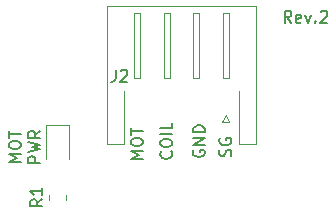
<source format=gto>
G04 #@! TF.GenerationSoftware,KiCad,Pcbnew,5.1.9+dfsg1-1*
G04 #@! TF.CreationDate,2023-03-08T16:00:21+09:00*
G04 #@! TF.ProjectId,audio-io-breakout-pajeromini,61756469-6f2d-4696-9f2d-627265616b6f,rev?*
G04 #@! TF.SameCoordinates,Original*
G04 #@! TF.FileFunction,Legend,Top*
G04 #@! TF.FilePolarity,Positive*
%FSLAX46Y46*%
G04 Gerber Fmt 4.6, Leading zero omitted, Abs format (unit mm)*
G04 Created by KiCad (PCBNEW 5.1.9+dfsg1-1) date 2023-03-08 16:00:21*
%MOMM*%
%LPD*%
G01*
G04 APERTURE LIST*
%ADD10C,0.150000*%
%ADD11C,0.120000*%
%ADD12C,5.700000*%
%ADD13C,1.524000*%
%ADD14O,1.700000X1.950000*%
G04 APERTURE END LIST*
D10*
X109785714Y-72452380D02*
X109452380Y-71976190D01*
X109214285Y-72452380D02*
X109214285Y-71452380D01*
X109595238Y-71452380D01*
X109690476Y-71500000D01*
X109738095Y-71547619D01*
X109785714Y-71642857D01*
X109785714Y-71785714D01*
X109738095Y-71880952D01*
X109690476Y-71928571D01*
X109595238Y-71976190D01*
X109214285Y-71976190D01*
X110595238Y-72404761D02*
X110500000Y-72452380D01*
X110309523Y-72452380D01*
X110214285Y-72404761D01*
X110166666Y-72309523D01*
X110166666Y-71928571D01*
X110214285Y-71833333D01*
X110309523Y-71785714D01*
X110500000Y-71785714D01*
X110595238Y-71833333D01*
X110642857Y-71928571D01*
X110642857Y-72023809D01*
X110166666Y-72119047D01*
X110976190Y-71785714D02*
X111214285Y-72452380D01*
X111452380Y-71785714D01*
X111833333Y-72357142D02*
X111880952Y-72404761D01*
X111833333Y-72452380D01*
X111785714Y-72404761D01*
X111833333Y-72357142D01*
X111833333Y-72452380D01*
X112261904Y-71547619D02*
X112309523Y-71500000D01*
X112404761Y-71452380D01*
X112642857Y-71452380D01*
X112738095Y-71500000D01*
X112785714Y-71547619D01*
X112833333Y-71642857D01*
X112833333Y-71738095D01*
X112785714Y-71880952D01*
X112214285Y-72452380D01*
X112833333Y-72452380D01*
X86877380Y-84238095D02*
X85877380Y-84238095D01*
X86591666Y-83904761D01*
X85877380Y-83571428D01*
X86877380Y-83571428D01*
X85877380Y-82904761D02*
X85877380Y-82714285D01*
X85925000Y-82619047D01*
X86020238Y-82523809D01*
X86210714Y-82476190D01*
X86544047Y-82476190D01*
X86734523Y-82523809D01*
X86829761Y-82619047D01*
X86877380Y-82714285D01*
X86877380Y-82904761D01*
X86829761Y-83000000D01*
X86734523Y-83095238D01*
X86544047Y-83142857D01*
X86210714Y-83142857D01*
X86020238Y-83095238D01*
X85925000Y-83000000D01*
X85877380Y-82904761D01*
X85877380Y-82190476D02*
X85877380Y-81619047D01*
X86877380Y-81904761D02*
X85877380Y-81904761D01*
X88527380Y-84333333D02*
X87527380Y-84333333D01*
X87527380Y-83952380D01*
X87575000Y-83857142D01*
X87622619Y-83809523D01*
X87717857Y-83761904D01*
X87860714Y-83761904D01*
X87955952Y-83809523D01*
X88003571Y-83857142D01*
X88051190Y-83952380D01*
X88051190Y-84333333D01*
X87527380Y-83428571D02*
X88527380Y-83190476D01*
X87813095Y-83000000D01*
X88527380Y-82809523D01*
X87527380Y-82571428D01*
X88527380Y-81619047D02*
X88051190Y-81952380D01*
X88527380Y-82190476D02*
X87527380Y-82190476D01*
X87527380Y-81809523D01*
X87575000Y-81714285D01*
X87622619Y-81666666D01*
X87717857Y-81619047D01*
X87860714Y-81619047D01*
X87955952Y-81666666D01*
X88003571Y-81714285D01*
X88051190Y-81809523D01*
X88051190Y-82190476D01*
X99607142Y-83357142D02*
X99654761Y-83404761D01*
X99702380Y-83547619D01*
X99702380Y-83642857D01*
X99654761Y-83785714D01*
X99559523Y-83880952D01*
X99464285Y-83928571D01*
X99273809Y-83976190D01*
X99130952Y-83976190D01*
X98940476Y-83928571D01*
X98845238Y-83880952D01*
X98750000Y-83785714D01*
X98702380Y-83642857D01*
X98702380Y-83547619D01*
X98750000Y-83404761D01*
X98797619Y-83357142D01*
X98702380Y-82738095D02*
X98702380Y-82547619D01*
X98750000Y-82452380D01*
X98845238Y-82357142D01*
X99035714Y-82309523D01*
X99369047Y-82309523D01*
X99559523Y-82357142D01*
X99654761Y-82452380D01*
X99702380Y-82547619D01*
X99702380Y-82738095D01*
X99654761Y-82833333D01*
X99559523Y-82928571D01*
X99369047Y-82976190D01*
X99035714Y-82976190D01*
X98845238Y-82928571D01*
X98750000Y-82833333D01*
X98702380Y-82738095D01*
X99702380Y-81880952D02*
X98702380Y-81880952D01*
X99702380Y-80928571D02*
X99702380Y-81404761D01*
X98702380Y-81404761D01*
X104654761Y-83785714D02*
X104702380Y-83642857D01*
X104702380Y-83404761D01*
X104654761Y-83309523D01*
X104607142Y-83261904D01*
X104511904Y-83214285D01*
X104416666Y-83214285D01*
X104321428Y-83261904D01*
X104273809Y-83309523D01*
X104226190Y-83404761D01*
X104178571Y-83595238D01*
X104130952Y-83690476D01*
X104083333Y-83738095D01*
X103988095Y-83785714D01*
X103892857Y-83785714D01*
X103797619Y-83738095D01*
X103750000Y-83690476D01*
X103702380Y-83595238D01*
X103702380Y-83357142D01*
X103750000Y-83214285D01*
X103750000Y-82261904D02*
X103702380Y-82357142D01*
X103702380Y-82500000D01*
X103750000Y-82642857D01*
X103845238Y-82738095D01*
X103940476Y-82785714D01*
X104130952Y-82833333D01*
X104273809Y-82833333D01*
X104464285Y-82785714D01*
X104559523Y-82738095D01*
X104654761Y-82642857D01*
X104702380Y-82500000D01*
X104702380Y-82404761D01*
X104654761Y-82261904D01*
X104607142Y-82214285D01*
X104273809Y-82214285D01*
X104273809Y-82404761D01*
X101500000Y-83261904D02*
X101452380Y-83357142D01*
X101452380Y-83500000D01*
X101500000Y-83642857D01*
X101595238Y-83738095D01*
X101690476Y-83785714D01*
X101880952Y-83833333D01*
X102023809Y-83833333D01*
X102214285Y-83785714D01*
X102309523Y-83738095D01*
X102404761Y-83642857D01*
X102452380Y-83500000D01*
X102452380Y-83404761D01*
X102404761Y-83261904D01*
X102357142Y-83214285D01*
X102023809Y-83214285D01*
X102023809Y-83404761D01*
X102452380Y-82785714D02*
X101452380Y-82785714D01*
X102452380Y-82214285D01*
X101452380Y-82214285D01*
X102452380Y-81738095D02*
X101452380Y-81738095D01*
X101452380Y-81500000D01*
X101500000Y-81357142D01*
X101595238Y-81261904D01*
X101690476Y-81214285D01*
X101880952Y-81166666D01*
X102023809Y-81166666D01*
X102214285Y-81214285D01*
X102309523Y-81261904D01*
X102404761Y-81357142D01*
X102452380Y-81500000D01*
X102452380Y-81738095D01*
X97202380Y-83988095D02*
X96202380Y-83988095D01*
X96916666Y-83654761D01*
X96202380Y-83321428D01*
X97202380Y-83321428D01*
X96202380Y-82654761D02*
X96202380Y-82464285D01*
X96250000Y-82369047D01*
X96345238Y-82273809D01*
X96535714Y-82226190D01*
X96869047Y-82226190D01*
X97059523Y-82273809D01*
X97154761Y-82369047D01*
X97202380Y-82464285D01*
X97202380Y-82654761D01*
X97154761Y-82750000D01*
X97059523Y-82845238D01*
X96869047Y-82892857D01*
X96535714Y-82892857D01*
X96345238Y-82845238D01*
X96250000Y-82750000D01*
X96202380Y-82654761D01*
X96202380Y-81940476D02*
X96202380Y-81369047D01*
X97202380Y-81654761D02*
X96202380Y-81654761D01*
D11*
X89040000Y-81140000D02*
X89040000Y-84000000D01*
X90960000Y-81140000D02*
X89040000Y-81140000D01*
X90960000Y-84000000D02*
X90960000Y-81140000D01*
X89265000Y-87022936D02*
X89265000Y-87477064D01*
X90735000Y-87022936D02*
X90735000Y-87477064D01*
X100500000Y-71040000D02*
X106810000Y-71040000D01*
X106810000Y-71040000D02*
X106810000Y-82760000D01*
X106810000Y-82760000D02*
X105390000Y-82760000D01*
X105390000Y-82760000D02*
X105390000Y-78260000D01*
X100500000Y-71040000D02*
X94190000Y-71040000D01*
X94190000Y-71040000D02*
X94190000Y-82760000D01*
X94190000Y-82760000D02*
X95610000Y-82760000D01*
X95610000Y-82760000D02*
X95610000Y-78260000D01*
X104500000Y-77150000D02*
X104500000Y-71650000D01*
X104500000Y-71650000D02*
X104000000Y-71650000D01*
X104000000Y-71650000D02*
X104000000Y-77150000D01*
X104000000Y-77150000D02*
X104500000Y-77150000D01*
X102000000Y-77150000D02*
X102000000Y-71650000D01*
X102000000Y-71650000D02*
X101500000Y-71650000D01*
X101500000Y-71650000D02*
X101500000Y-77150000D01*
X101500000Y-77150000D02*
X102000000Y-77150000D01*
X99500000Y-77150000D02*
X99500000Y-71650000D01*
X99500000Y-71650000D02*
X99000000Y-71650000D01*
X99000000Y-71650000D02*
X99000000Y-77150000D01*
X99000000Y-77150000D02*
X99500000Y-77150000D01*
X97000000Y-77150000D02*
X97000000Y-71650000D01*
X97000000Y-71650000D02*
X96500000Y-71650000D01*
X96500000Y-71650000D02*
X96500000Y-77150000D01*
X96500000Y-77150000D02*
X97000000Y-77150000D01*
X104250000Y-80250000D02*
X104550000Y-80850000D01*
X104550000Y-80850000D02*
X103950000Y-80850000D01*
X103950000Y-80850000D02*
X104250000Y-80250000D01*
D10*
X88702380Y-87416666D02*
X88226190Y-87750000D01*
X88702380Y-87988095D02*
X87702380Y-87988095D01*
X87702380Y-87607142D01*
X87750000Y-87511904D01*
X87797619Y-87464285D01*
X87892857Y-87416666D01*
X88035714Y-87416666D01*
X88130952Y-87464285D01*
X88178571Y-87511904D01*
X88226190Y-87607142D01*
X88226190Y-87988095D01*
X88702380Y-86464285D02*
X88702380Y-87035714D01*
X88702380Y-86750000D02*
X87702380Y-86750000D01*
X87845238Y-86845238D01*
X87940476Y-86940476D01*
X87988095Y-87035714D01*
X94916666Y-76452380D02*
X94916666Y-77166666D01*
X94869047Y-77309523D01*
X94773809Y-77404761D01*
X94630952Y-77452380D01*
X94535714Y-77452380D01*
X95345238Y-76547619D02*
X95392857Y-76500000D01*
X95488095Y-76452380D01*
X95726190Y-76452380D01*
X95821428Y-76500000D01*
X95869047Y-76547619D01*
X95916666Y-76642857D01*
X95916666Y-76738095D01*
X95869047Y-76880952D01*
X95297619Y-77452380D01*
X95916666Y-77452380D01*
%LPC*%
D12*
X88750000Y-77500000D03*
X112000000Y-77500000D03*
D13*
X107315000Y-85852000D03*
X104775000Y-85852000D03*
X102235000Y-85852000D03*
X99695000Y-85852000D03*
X97155000Y-85852000D03*
X94615000Y-85852000D03*
X106045000Y-88392000D03*
X103505000Y-88392000D03*
X100965000Y-88392000D03*
X98425000Y-88392000D03*
X95885000Y-88392000D03*
X93345000Y-88392000D03*
G36*
G01*
X89549999Y-83450000D02*
X90450001Y-83450000D01*
G75*
G02*
X90700000Y-83699999I0J-249999D01*
G01*
X90700000Y-84350001D01*
G75*
G02*
X90450001Y-84600000I-249999J0D01*
G01*
X89549999Y-84600000D01*
G75*
G02*
X89300000Y-84350001I0J249999D01*
G01*
X89300000Y-83699999D01*
G75*
G02*
X89549999Y-83450000I249999J0D01*
G01*
G37*
G36*
G01*
X89549999Y-81400000D02*
X90450001Y-81400000D01*
G75*
G02*
X90700000Y-81649999I0J-249999D01*
G01*
X90700000Y-82300001D01*
G75*
G02*
X90450001Y-82550000I-249999J0D01*
G01*
X89549999Y-82550000D01*
G75*
G02*
X89300000Y-82300001I0J249999D01*
G01*
X89300000Y-81649999D01*
G75*
G02*
X89549999Y-81400000I249999J0D01*
G01*
G37*
G36*
G01*
X89549999Y-87650000D02*
X90450001Y-87650000D01*
G75*
G02*
X90700000Y-87899999I0J-249999D01*
G01*
X90700000Y-88600001D01*
G75*
G02*
X90450001Y-88850000I-249999J0D01*
G01*
X89549999Y-88850000D01*
G75*
G02*
X89300000Y-88600001I0J249999D01*
G01*
X89300000Y-87899999D01*
G75*
G02*
X89549999Y-87650000I249999J0D01*
G01*
G37*
G36*
G01*
X89549999Y-85650000D02*
X90450001Y-85650000D01*
G75*
G02*
X90700000Y-85899999I0J-249999D01*
G01*
X90700000Y-86600001D01*
G75*
G02*
X90450001Y-86850000I-249999J0D01*
G01*
X89549999Y-86850000D01*
G75*
G02*
X89300000Y-86600001I0J249999D01*
G01*
X89300000Y-85899999D01*
G75*
G02*
X89549999Y-85650000I249999J0D01*
G01*
G37*
G36*
G01*
X105100000Y-78025000D02*
X105100000Y-79475000D01*
G75*
G02*
X104850000Y-79725000I-250000J0D01*
G01*
X103650000Y-79725000D01*
G75*
G02*
X103400000Y-79475000I0J250000D01*
G01*
X103400000Y-78025000D01*
G75*
G02*
X103650000Y-77775000I250000J0D01*
G01*
X104850000Y-77775000D01*
G75*
G02*
X105100000Y-78025000I0J-250000D01*
G01*
G37*
D14*
X101750000Y-78750000D03*
X99250000Y-78750000D03*
X96750000Y-78750000D03*
M02*

</source>
